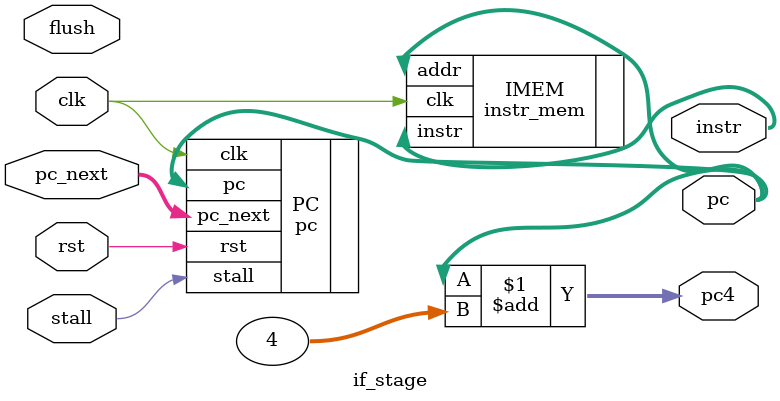
<source format=v>
module if_stage (
  input  wire        clk,
  input  wire        rst,
  input  wire        stall,
  input  wire        flush,
  input  wire [31:0] pc_next,
  output wire [31:0] pc,
  output wire [31:0] pc4,
  output wire [31:0] instr
);

  pc PC (
    .clk(clk),
    .rst(rst),
    .stall(stall),
    .pc_next(pc_next),
    .pc(pc)
  );

  assign pc4 = pc + 32'd4;

  instr_mem IMEM (
    .clk(clk),
    .addr(pc),
    .instr(instr)
  );

endmodule

</source>
